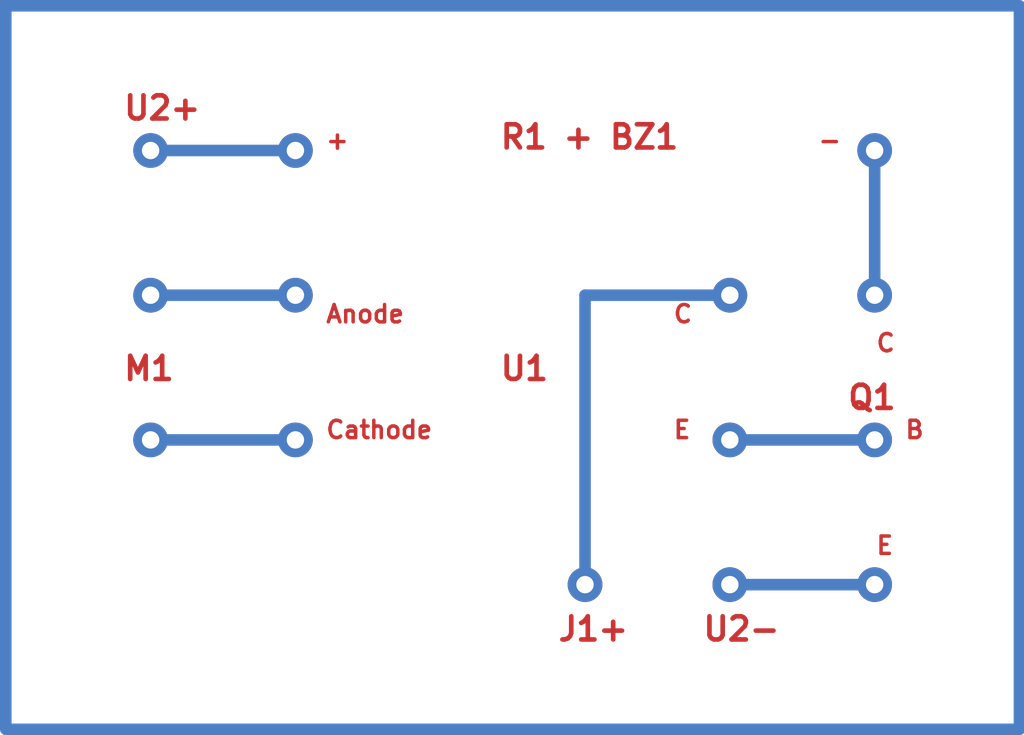
<source format=kicad_pcb>
(kicad_pcb
	(version 20241229)
	(generator "pcbnew")
	(generator_version "9.0")
	(general
		(thickness 1.6)
		(legacy_teardrops no)
	)
	(paper "A4")
	(layers
		(0 "F.Cu" signal)
		(2 "B.Cu" signal)
		(9 "F.Adhes" user "F.Adhesive")
		(11 "B.Adhes" user "B.Adhesive")
		(13 "F.Paste" user)
		(15 "B.Paste" user)
		(5 "F.SilkS" user "F.Silkscreen")
		(7 "B.SilkS" user "B.Silkscreen")
		(1 "F.Mask" user)
		(3 "B.Mask" user)
		(17 "Dwgs.User" user "User.Drawings")
		(19 "Cmts.User" user "User.Comments")
		(21 "Eco1.User" user "User.Eco1")
		(23 "Eco2.User" user "User.Eco2")
		(25 "Edge.Cuts" user)
		(27 "Margin" user)
		(31 "F.CrtYd" user "F.Courtyard")
		(29 "B.CrtYd" user "B.Courtyard")
		(35 "F.Fab" user)
		(33 "B.Fab" user)
		(39 "User.1" user)
		(41 "User.2" user)
		(43 "User.3" user)
		(45 "User.4" user)
	)
	(setup
		(pad_to_mask_clearance 0)
		(allow_soldermask_bridges_in_footprints no)
		(tenting front back)
		(pcbplotparams
			(layerselection 0x00000000_00000000_55555555_5755f5ff)
			(plot_on_all_layers_selection 0x00000000_00000000_00000000_00000000)
			(disableapertmacros no)
			(usegerberextensions no)
			(usegerberattributes yes)
			(usegerberadvancedattributes yes)
			(creategerberjobfile yes)
			(dashed_line_dash_ratio 12.000000)
			(dashed_line_gap_ratio 3.000000)
			(svgprecision 4)
			(plotframeref no)
			(mode 1)
			(useauxorigin no)
			(hpglpennumber 1)
			(hpglpenspeed 20)
			(hpglpendiameter 15.000000)
			(pdf_front_fp_property_popups yes)
			(pdf_back_fp_property_popups yes)
			(pdf_metadata yes)
			(pdf_single_document no)
			(dxfpolygonmode yes)
			(dxfimperialunits yes)
			(dxfusepcbnewfont yes)
			(psnegative no)
			(psa4output no)
			(plot_black_and_white yes)
			(sketchpadsonfab no)
			(plotpadnumbers no)
			(hidednponfab no)
			(sketchdnponfab yes)
			(crossoutdnponfab yes)
			(subtractmaskfromsilk no)
			(outputformat 1)
			(mirror no)
			(drillshape 1)
			(scaleselection 1)
			(outputdirectory "")
		)
	)
	(net 0 "")
	(gr_rect
		(start 27.5 27.5)
		(end 45 40)
		(stroke
			(width 0.2)
			(type default)
		)
		(fill no)
		(layer "B.Cu")
		(uuid "a48bce0b-7cc2-4ace-8e2c-7b552cd5b38f")
	)
	(gr_text "U1"
		(at 36 34 0)
		(layer "F.Cu")
		(uuid "03523db2-e389-45c0-b257-3224cc399ebe")
		(effects
			(font
				(size 0.4 0.4)
				(thickness 0.08)
				(bold yes)
			)
			(justify left bottom)
		)
	)
	(gr_text "C"
		(at 39 33 0)
		(layer "F.Cu")
		(uuid "0fdc8cf2-41ee-4cb9-a34d-e7d1f6ff1240")
		(effects
			(font
				(size 0.3 0.3)
				(thickness 0.06)
				(bold yes)
			)
			(justify left bottom)
		)
	)
	(gr_text "M1"
		(at 29.5 34 0)
		(layer "F.Cu")
		(uuid "2d7d27cc-8089-4f16-beaa-6a597ef986a1")
		(effects
			(font
				(size 0.4 0.4)
				(thickness 0.08)
				(bold yes)
			)
			(justify left bottom)
		)
	)
	(gr_text "R1 + BZ1"
		(at 36 30 0)
		(layer "F.Cu")
		(uuid "6d0b5151-88d4-40a1-ac0c-27dc59594bfc")
		(effects
			(font
				(size 0.4 0.4)
				(thickness 0.08)
				(bold yes)
			)
			(justify left bottom)
		)
	)
	(gr_text "C"
		(at 42.5 33.5 0)
		(layer "F.Cu")
		(uuid "78265206-02a4-4bcd-b232-2de8355ddb99")
		(effects
			(font
				(size 0.3 0.3)
				(thickness 0.06)
				(bold yes)
			)
			(justify left bottom)
		)
	)
	(gr_text "U2-"
		(at 39.5 38.5 0)
		(layer "F.Cu")
		(uuid "79b961f1-217f-4d27-8a0c-d7f2ec7f956f")
		(effects
			(font
				(size 0.4 0.4)
				(thickness 0.08)
				(bold yes)
			)
			(justify left bottom)
		)
	)
	(gr_text "E"
		(at 42.5 37 0)
		(layer "F.Cu")
		(uuid "7dcc9720-3f04-4c10-b869-5332d954f0ce")
		(effects
			(font
				(size 0.3 0.3)
				(thickness 0.06)
				(bold yes)
			)
			(justify left bottom)
		)
	)
	(gr_text "Q1"
		(at 42 34.5 0)
		(layer "F.Cu")
		(uuid "9992f337-25de-495a-b618-eaa9f8afb4fc")
		(effects
			(font
				(size 0.4 0.4)
				(thickness 0.08)
				(bold yes)
			)
			(justify left bottom)
		)
	)
	(gr_text "Anode"
		(at 33 33 0)
		(layer "F.Cu")
		(uuid "a97b5ba2-62c9-4cde-872d-a16637448b86")
		(effects
			(font
				(size 0.3 0.3)
				(thickness 0.06)
				(bold yes)
			)
			(justify left bottom)
		)
	)
	(gr_text "E"
		(at 39 35 0)
		(layer "F.Cu")
		(uuid "a981c0ae-20aa-49a1-8f71-97df6a3ebea5")
		(effects
			(font
				(size 0.3 0.3)
				(thickness 0.06)
				(bold yes)
			)
			(justify left bottom)
		)
	)
	(gr_text "+"
		(at 33 30 0)
		(layer "F.Cu")
		(uuid "cfe1d598-1ca4-4ae7-af29-f2627876358b")
		(effects
			(font
				(size 0.3 0.3)
				(thickness 0.06)
				(bold yes)
			)
			(justify left bottom)
		)
	)
	(gr_text "B"
		(at 43 35 0)
		(layer "F.Cu")
		(uuid "d7ef3c37-b077-4d52-8710-e83d91e7a6b4")
		(effects
			(font
				(size 0.3 0.3)
				(thickness 0.06)
				(bold yes)
			)
			(justify left bottom)
		)
	)
	(gr_text "Cathode"
		(at 33 35 0)
		(layer "F.Cu")
		(uuid "de6eb9d1-32d6-4bcd-b5ea-e56907bdc9cb")
		(effects
			(font
				(size 0.3 0.3)
				(thickness 0.06)
				(bold yes)
			)
			(justify left bottom)
		)
	)
	(gr_text "-"
		(at 41.5 30 0)
		(layer "F.Cu")
		(uuid "f02feecd-7b2a-4302-ab08-6634720a0a47")
		(effects
			(font
				(size 0.3 0.3)
				(thickness 0.06)
				(bold yes)
			)
			(justify left bottom)
		)
	)
	(gr_text "J1+"
		(at 37 38.5 0)
		(layer "F.Cu")
		(uuid "f4429686-cff1-44c3-a637-842030aee85a")
		(effects
			(font
				(size 0.4 0.4)
				(thickness 0.08)
				(bold yes)
			)
			(justify left bottom)
		)
	)
	(gr_text "U2+"
		(at 29.5 29.5 0)
		(layer "F.Cu")
		(uuid "fb11042b-45bf-406d-9679-4166c1f815e7")
		(effects
			(font
				(size 0.4 0.4)
				(thickness 0.08)
				(bold yes)
			)
			(justify left bottom)
		)
	)
	(via
		(at 37.5 37.5)
		(size 0.6)
		(drill 0.3)
		(layers "F.Cu" "B.Cu")
		(net 0)
		(uuid "0b670f65-45e7-4da8-8f36-9ba73168aaa2")
	)
	(via
		(at 40 37.5)
		(size 0.6)
		(drill 0.3)
		(layers "F.Cu" "B.Cu")
		(net 0)
		(uuid "131cb130-1c16-4c83-9c44-ff40cdd7c9ec")
	)
	(via
		(at 32.5 30)
		(size 0.6)
		(drill 0.3)
		(layers "F.Cu" "B.Cu")
		(net 0)
		(uuid "14aa2af1-c832-49b7-9296-9bb5299a0f77")
	)
	(via
		(at 40 32.5)
		(size 0.6)
		(drill 0.3)
		(layers "F.Cu" "B.Cu")
		(net 0)
		(uuid "24f7e162-b1f2-4692-bc25-86252014f32e")
	)
	(via
		(at 32.5 32.5)
		(size 0.6)
		(drill 0.3)
		(layers "F.Cu" "B.Cu")
		(net 0)
		(uuid "4654320d-410f-4801-86c6-6da7571cac56")
	)
	(via
		(at 32.5 35)
		(size 0.6)
		(drill 0.3)
		(layers "F.Cu" "B.Cu")
		(net 0)
		(uuid "7c47ba3a-050c-4e55-93be-1bb231ab7568")
	)
	(via
		(at 42.5 32.5)
		(size 0.6)
		(drill 0.3)
		(layers "F.Cu" "B.Cu")
		(net 0)
		(uuid "80c72591-d60b-4438-b02f-584bc2b68d62")
	)
	(via
		(at 42.5 30)
		(size 0.6)
		(drill 0.3)
		(layers "F.Cu" "B.Cu")
		(net 0)
		(uuid "8cbdd1d1-8b65-499e-9249-6191fe2daa17")
	)
	(via
		(at 40 35)
		(size 0.6)
		(drill 0.3)
		(layers "F.Cu" "B.Cu")
		(net 0)
		(uuid "8faa11c5-8833-4b49-b23e-1d14501de77e")
	)
	(via
		(at 42.5 35)
		(size 0.6)
		(drill 0.3)
		(layers "F.Cu" "B.Cu")
		(net 0)
		(uuid "c06fdf0b-dfa2-42cc-9c85-0ac6eb10333f")
	)
	(via
		(at 30 30)
		(size 0.6)
		(drill 0.3)
		(layers "F.Cu" "B.Cu")
		(net 0)
		(uuid "de171d0f-21cc-4a8b-b106-69d2b41abbed")
	)
	(via
		(at 30 32.5)
		(size 0.6)
		(drill 0.3)
		(layers "F.Cu" "B.Cu")
		(net 0)
		(uuid "e12f28a7-14fa-40a1-aab0-800d5fd28514")
	)
	(via
		(at 30 35)
		(size 0.6)
		(drill 0.3)
		(layers "F.Cu" "B.Cu")
		(net 0)
		(uuid "ed8201be-01de-48f5-ab52-88031ebb2cbd")
	)
	(via
		(at 42.5 37.5)
		(size 0.6)
		(drill 0.3)
		(layers "F.Cu" "B.Cu")
		(net 0)
		(uuid "ff8d05a4-f584-40b2-8dcc-de1f660c9986")
	)
	(segment
		(start 30 35)
		(end 32.5 35)
		(width 0.2)
		(layer "B.Cu")
		(net 0)
		(uuid "046a2c90-18cf-4057-8ade-e86659f657ba")
	)
	(segment
		(start 42.5 30)
		(end 42.5 32.5)
		(width 0.2)
		(layer "B.Cu")
		(net 0)
		(uuid "486e6aa7-57a9-48e7-b1c8-3b8568572ad4")
	)
	(segment
		(start 40 35)
		(end 42.5 35)
		(width 0.2)
		(layer "B.Cu")
		(net 0)
		(uuid "704243ed-c88b-4c98-8e0b-62b05a0fd7ee")
	)
	(segment
		(start 30 30)
		(end 32.5 30)
		(width 0.2)
		(layer "B.Cu")
		(net 0)
		(uuid "95efc374-cbd1-442f-bd07-743536e04bfe")
	)
	(segment
		(start 42.5 37.5)
		(end 40 37.5)
		(width 0.2)
		(layer "B.Cu")
		(net 0)
		(uuid "b23619da-a4e7-4fc0-886d-0779ddddf8bb")
	)
	(segment
		(start 40 32.5)
		(end 37.5 32.5)
		(width 0.2)
		(layer "B.Cu")
		(net 0)
		(uuid "b9329de3-a9ef-4a5b-92ee-8e7beeacafd6")
	)
	(segment
		(start 30 32.5)
		(end 32.5 32.5)
		(width 0.2)
		(layer "B.Cu")
		(net 0)
		(uuid "e67bb6a5-c4d1-4a33-83d6-38b120248eb1")
	)
	(segment
		(start 37.5 32.5)
		(end 37.5 37.5)
		(width 0.2)
		(layer "B.Cu")
		(net 0)
		(uuid "fd7d1597-7f12-4a50-b081-af45e2143afd")
	)
	(zone
		(net 0)
		(net_name "")
		(layer "F.Cu")
		(uuid "021f4e0c-e6d6-4f2e-b201-89318700ab21")
		(name "J1")
		(hatch edge 0.5)
		(connect_pads
			(clearance 0)
		)
		(min_thickness 0.25)
		(filled_areas_thickness no)
		(keepout
			(tracks not_allowed)
			(vias not_allowed)
			(pads not_allowed)
			(copperpour allowed)
			(footprints allowed)
		)
		(placement
			(enabled no)
			(sheetname "")
		)
		(fill
			(thermal_gap 0.5)
			(thermal_bridge_width 0.5)
		)
		(polygon
			(pts
				(xy 36.5 38.5) (xy 36.5 36.5) (xy 38.5 36.5) (xy 38.5 38.5)
			)
		)
	)
	(zone
		(net 0)
		(net_name "")
		(layer "F.Cu")
		(uuid "0f105b23-8554-4c88-b4ff-c0ab47abcb8e")
		(name "Resistor 1k")
		(hatch edge 0.5)
		(connect_pads
			(clearance 0)
		)
		(min_thickness 0.25)
		(filled_areas_thickness no)
		(keepout
			(tracks not_allowed)
			(vias not_allowed)
			(pads not_allowed)
			(copperpour allowed)
			(footprints allowed)
		)
		(placement
			(enabled no)
			(sheetname "")
		)
		(fill
			(thermal_gap 0.5)
			(thermal_bridge_width 0.5)
		)
		(polygon
			(pts
				(xy 43 31) (xy 32 31) (xy 32 29) (xy 43 29)
			)
		)
	)
	(zone
		(net 0)
		(net_name "")
		(layer "F.Cu")
		(uuid "558e6653-70b8-43ed-bcfd-cd95154251b3")
		(name "U2")
		(hatch edge 0.5)
		(connect_pads
			(clearance 0)
		)
		(min_thickness 0.25)
		(filled_areas_thickness no)
		(keepout
			(tracks not_allowed)
			(vias not_allowed)
			(pads not_allowed)
			(copperpour allowed)
			(footprints allowed)
		)
		(placement
			(enabled no)
			(sheetname "")
		)
		(fill
			(thermal_gap 0.5)
			(thermal_bridge_width 0.5)
		)
		(polygon
			(pts
				(xy 41 38.5) (xy 39 38.5) (xy 39 36.5) (xy 41 36.5)
			)
		)
	)
	(zone
		(net 0)
		(net_name "")
		(layer "F.Cu")
		(uuid "b5f809ca-b628-4532-8b62-9db71d7443eb")
		(name "transistor")
		(hatch edge 0.5)
		(connect_pads
			(clearance 0)
		)
		(min_thickness 0.25)
		(filled_areas_thickness no)
		(keepout
			(tracks not_allowed)
			(vias not_allowed)
			(pads not_allowed)
			(copperpour allowed)
			(footprints allowed)
		)
		(placement
			(enabled no)
			(sheetname "")
		)
		(fill
			(thermal_gap 0.5)
			(thermal_bridge_width 0.5)
			(island_removal_mode 1)
			(island_area_min 10)
		)
		(polygon
			(pts
				(xy 41.5 32) (xy 41.5 38) (xy 43.5 38) (xy 43.5 32)
			)
		)
	)
	(zone
		(net 0)
		(net_name "")
		(layer "F.Cu")
		(uuid "ce7fe23b-ac3e-4217-ad1a-48621981345f")
		(hatch edge 0.5)
		(connect_pads
			(clearance 0.5)
		)
		(min_thickness 0.25)
		(filled_areas_thickness no)
		(fill
			(thermal_gap 0.5)
			(thermal_bridge_width 0.5)
			(island_removal_mode 1)
			(island_area_min 10)
		)
		(polygon
			(pts
				(xy 32 35.5) (xy 40.5 35.5) (xy 40.5 32) (xy 32 32)
			)
		)
	)
	(zone
		(net 0)
		(net_name "")
		(layer "F.Cu")
		(uuid "d0076316-5c85-4618-a309-29bfb933d0c7")
		(name "M1")
		(hatch edge 0.5)
		(connect_pads
			(clearance 0)
		)
		(min_thickness 0.25)
		(filled_areas_thickness no)
		(keepout
			(tracks not_allowed)
			(vias not_allowed)
			(pads not_allowed)
			(copperpour allowed)
			(footprints allowed)
		)
		(placement
			(enabled no)
			(sheetname "")
		)
		(fill
			(thermal_gap 0.5)
			(thermal_bridge_width 0.5)
		)
		(polygon
			(pts
				(xy 29 31.5) (xy 31 31.5) (xy 31 36) (xy 29 36)
			)
		)
	)
	(zone
		(net 0)
		(net_name "")
		(layer "F.Cu")
		(uuid "e33ea1c7-0049-40f6-8160-6b7221e2a33f")
		(name "U2")
		(hatch edge 0.5)
		(connect_pads
			(clearance 0)
		)
		(min_thickness 0.25)
		(filled_areas_thickness no)
		(keepout
			(tracks not_allowed)
			(vias not_allowed)
			(pads not_allowed)
			(copperpour allowed)
			(footprints allowed)
		)
		(placement
			(enabled no)
			(sheetname "")
		)
		(fill
			(thermal_gap 0.5)
			(thermal_bridge_width 0.5)
		)
		(polygon
			(pts
				(xy 31 31) (xy 31 29) (xy 29 29) (xy 29 31)
			)
		)
	)
	(embedded_fonts no)
)

</source>
